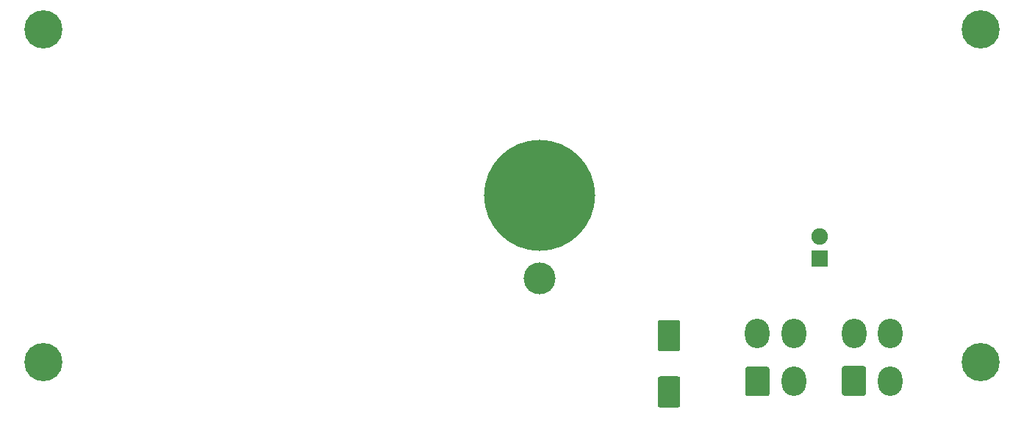
<source format=gbr>
%TF.GenerationSoftware,KiCad,Pcbnew,(5.1.6)-1*%
%TF.CreationDate,2020-12-18T19:30:20+11:00*%
%TF.ProjectId,FCS Panel PCB V2,46435320-5061-46e6-956c-205043422056,rev?*%
%TF.SameCoordinates,Original*%
%TF.FileFunction,Soldermask,Bot*%
%TF.FilePolarity,Negative*%
%FSLAX46Y46*%
G04 Gerber Fmt 4.6, Leading zero omitted, Abs format (unit mm)*
G04 Created by KiCad (PCBNEW (5.1.6)-1) date 2020-12-18 19:30:20*
%MOMM*%
%LPD*%
G01*
G04 APERTURE LIST*
%ADD10C,4.400000*%
%ADD11C,12.800000*%
%ADD12C,3.672000*%
%ADD13O,2.800000X3.400000*%
%ADD14C,1.900000*%
%ADD15R,1.900000X1.900000*%
G04 APERTURE END LIST*
D10*
%TO.C,4*%
X90200894Y-90014146D03*
%TD*%
%TO.C,3*%
X198150894Y-90014146D03*
%TD*%
%TO.C,2*%
X198150894Y-51660146D03*
%TD*%
%TO.C,1*%
X90200894Y-51660146D03*
%TD*%
D11*
%TO.C,1*%
X147350894Y-70837146D03*
X147350894Y-70837146D03*
D12*
X147350894Y-80362146D03*
%TD*%
D13*
%TO.C,J2*%
X176624000Y-86788400D03*
X172424000Y-86788400D03*
X176624000Y-92288400D03*
G36*
G01*
X171024000Y-93729140D02*
X171024000Y-90847660D01*
G75*
G02*
X171283260Y-90588400I259260J0D01*
G01*
X173564740Y-90588400D01*
G75*
G02*
X173824000Y-90847660I0J-259260D01*
G01*
X173824000Y-93729140D01*
G75*
G02*
X173564740Y-93988400I-259260J0D01*
G01*
X171283260Y-93988400D01*
G75*
G02*
X171024000Y-93729140I0J259260D01*
G01*
G37*
%TD*%
%TO.C,J1*%
X187747000Y-86717200D03*
X183547000Y-86717200D03*
X187747000Y-92217200D03*
G36*
G01*
X182147000Y-93657940D02*
X182147000Y-90776460D01*
G75*
G02*
X182406260Y-90517200I259260J0D01*
G01*
X184687740Y-90517200D01*
G75*
G02*
X184947000Y-90776460I0J-259260D01*
G01*
X184947000Y-93657940D01*
G75*
G02*
X184687740Y-93917200I-259260J0D01*
G01*
X182406260Y-93917200D01*
G75*
G02*
X182147000Y-93657940I0J259260D01*
G01*
G37*
%TD*%
D14*
%TO.C,D24*%
X179624000Y-75615800D03*
D15*
X179624000Y-78155800D03*
%TD*%
%TO.C,C1*%
G36*
G01*
X161202000Y-91697400D02*
X163282000Y-91697400D01*
G75*
G02*
X163542000Y-91957400I0J-260000D01*
G01*
X163542000Y-95037400D01*
G75*
G02*
X163282000Y-95297400I-260000J0D01*
G01*
X161202000Y-95297400D01*
G75*
G02*
X160942000Y-95037400I0J260000D01*
G01*
X160942000Y-91957400D01*
G75*
G02*
X161202000Y-91697400I260000J0D01*
G01*
G37*
G36*
G01*
X161202000Y-85197400D02*
X163282000Y-85197400D01*
G75*
G02*
X163542000Y-85457400I0J-260000D01*
G01*
X163542000Y-88537400D01*
G75*
G02*
X163282000Y-88797400I-260000J0D01*
G01*
X161202000Y-88797400D01*
G75*
G02*
X160942000Y-88537400I0J260000D01*
G01*
X160942000Y-85457400D01*
G75*
G02*
X161202000Y-85197400I260000J0D01*
G01*
G37*
%TD*%
M02*

</source>
